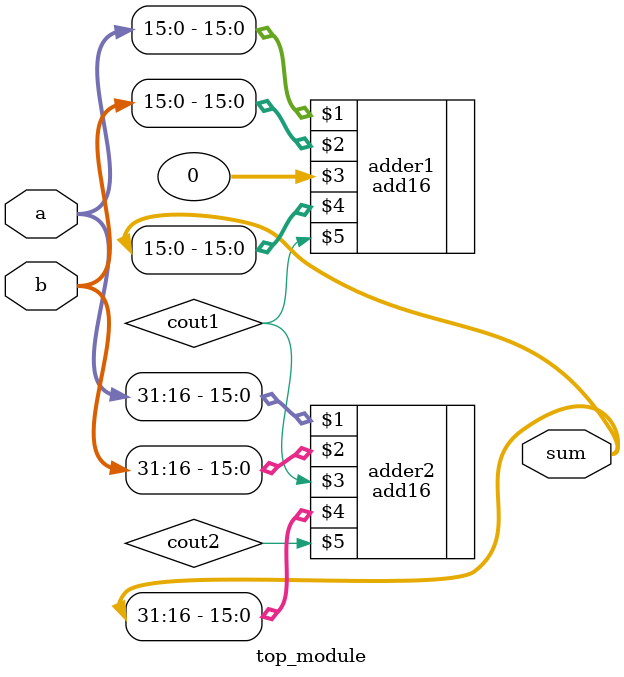
<source format=v>
module top_module(
    input [31:0] a,
    input [31:0] b,
    output [31:0] sum
);
    wire cout1,cout2;
    add16 adder1(a[15:0],b[15:0],0,sum[15:0],cout1);
    add16 adder2(a[31:16],b[31:16],cout1,sum[31:16],cout2);
endmodule

</source>
